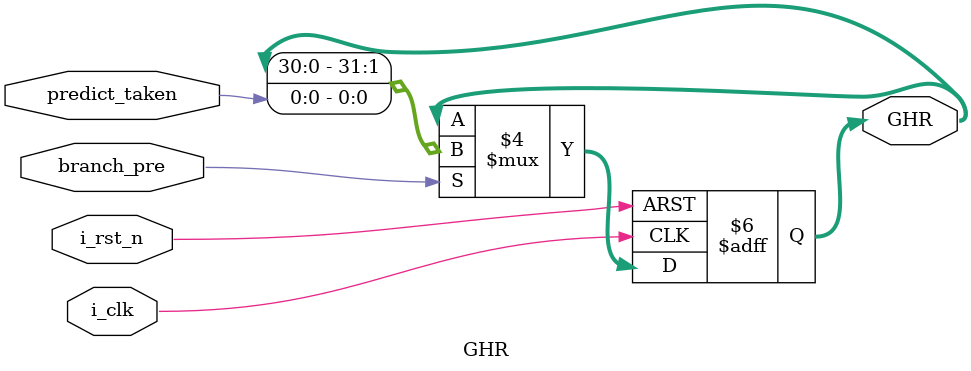
<source format=sv>
module GHR (
input logic i_clk         ,
input logic i_rst_n       ,
input logic predict_taken ,
input logic branch_pre    ,
output logic [31:0] GHR

);

always_ff @(posedge i_clk or negedge i_rst_n) begin
     if (!i_rst_n)
        GHR <= 32'h0; 
     else if (branch_pre)  
        GHR <= {GHR[30:0], predict_taken } ;
     else GHR <= GHR;
end

endmodule
</source>
